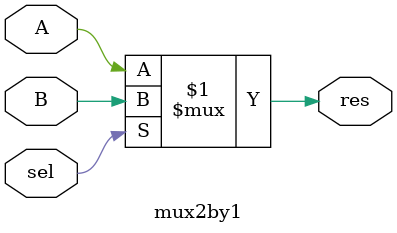
<source format=v>
module mux2by1(
    input sel, 
    input A, 
    input B, 
    output res
    );
assign res = sel? B : A;
endmodule
</source>
